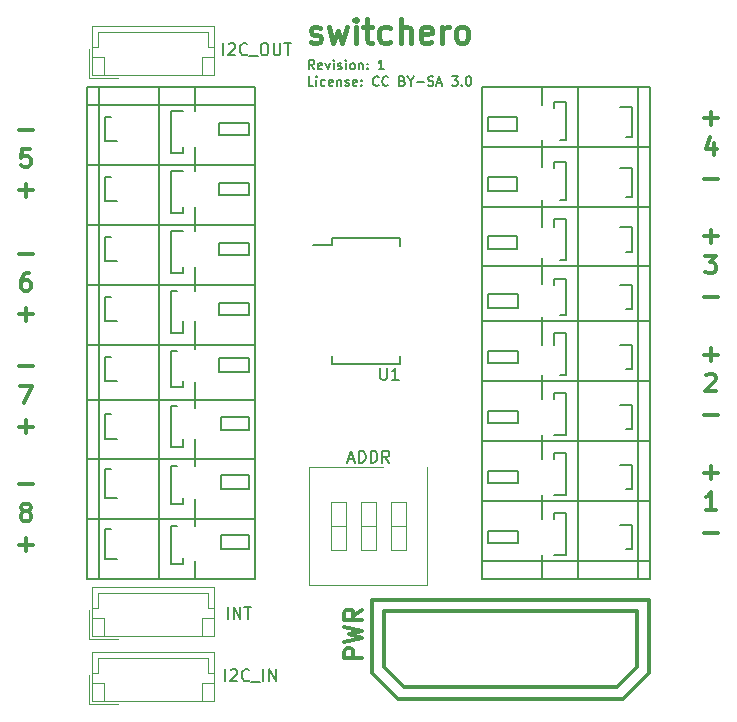
<source format=gbr>
G04 #@! TF.FileFunction,Legend,Top*
%FSLAX46Y46*%
G04 Gerber Fmt 4.6, Leading zero omitted, Abs format (unit mm)*
G04 Created by KiCad (PCBNEW 4.0.4-stable) date Wednesday, 26 April 2017 'PMt' 10:40:54 PM*
%MOMM*%
%LPD*%
G01*
G04 APERTURE LIST*
%ADD10C,0.100000*%
%ADD11C,0.200000*%
%ADD12C,0.300000*%
%ADD13C,0.400000*%
%ADD14C,0.150000*%
%ADD15C,0.120000*%
%ADD16C,0.304800*%
G04 APERTURE END LIST*
D10*
D11*
X66397619Y-64411905D02*
X66130952Y-64030952D01*
X65940476Y-64411905D02*
X65940476Y-63611905D01*
X66245238Y-63611905D01*
X66321429Y-63650000D01*
X66359524Y-63688095D01*
X66397619Y-63764286D01*
X66397619Y-63878571D01*
X66359524Y-63954762D01*
X66321429Y-63992857D01*
X66245238Y-64030952D01*
X65940476Y-64030952D01*
X67045238Y-64373810D02*
X66969048Y-64411905D01*
X66816667Y-64411905D01*
X66740476Y-64373810D01*
X66702381Y-64297619D01*
X66702381Y-63992857D01*
X66740476Y-63916667D01*
X66816667Y-63878571D01*
X66969048Y-63878571D01*
X67045238Y-63916667D01*
X67083333Y-63992857D01*
X67083333Y-64069048D01*
X66702381Y-64145238D01*
X67350000Y-63878571D02*
X67540476Y-64411905D01*
X67730952Y-63878571D01*
X68035714Y-64411905D02*
X68035714Y-63878571D01*
X68035714Y-63611905D02*
X67997619Y-63650000D01*
X68035714Y-63688095D01*
X68073809Y-63650000D01*
X68035714Y-63611905D01*
X68035714Y-63688095D01*
X68378571Y-64373810D02*
X68454761Y-64411905D01*
X68607142Y-64411905D01*
X68683333Y-64373810D01*
X68721428Y-64297619D01*
X68721428Y-64259524D01*
X68683333Y-64183333D01*
X68607142Y-64145238D01*
X68492857Y-64145238D01*
X68416666Y-64107143D01*
X68378571Y-64030952D01*
X68378571Y-63992857D01*
X68416666Y-63916667D01*
X68492857Y-63878571D01*
X68607142Y-63878571D01*
X68683333Y-63916667D01*
X69064285Y-64411905D02*
X69064285Y-63878571D01*
X69064285Y-63611905D02*
X69026190Y-63650000D01*
X69064285Y-63688095D01*
X69102380Y-63650000D01*
X69064285Y-63611905D01*
X69064285Y-63688095D01*
X69559523Y-64411905D02*
X69483332Y-64373810D01*
X69445237Y-64335714D01*
X69407142Y-64259524D01*
X69407142Y-64030952D01*
X69445237Y-63954762D01*
X69483332Y-63916667D01*
X69559523Y-63878571D01*
X69673809Y-63878571D01*
X69749999Y-63916667D01*
X69788094Y-63954762D01*
X69826190Y-64030952D01*
X69826190Y-64259524D01*
X69788094Y-64335714D01*
X69749999Y-64373810D01*
X69673809Y-64411905D01*
X69559523Y-64411905D01*
X70169047Y-63878571D02*
X70169047Y-64411905D01*
X70169047Y-63954762D02*
X70207142Y-63916667D01*
X70283333Y-63878571D01*
X70397619Y-63878571D01*
X70473809Y-63916667D01*
X70511904Y-63992857D01*
X70511904Y-64411905D01*
X70892857Y-64335714D02*
X70930952Y-64373810D01*
X70892857Y-64411905D01*
X70854762Y-64373810D01*
X70892857Y-64335714D01*
X70892857Y-64411905D01*
X70892857Y-63916667D02*
X70930952Y-63954762D01*
X70892857Y-63992857D01*
X70854762Y-63954762D01*
X70892857Y-63916667D01*
X70892857Y-63992857D01*
X72302381Y-64411905D02*
X71845238Y-64411905D01*
X72073809Y-64411905D02*
X72073809Y-63611905D01*
X71997619Y-63726190D01*
X71921428Y-63802381D01*
X71845238Y-63840476D01*
X66321429Y-65811905D02*
X65940476Y-65811905D01*
X65940476Y-65011905D01*
X66588095Y-65811905D02*
X66588095Y-65278571D01*
X66588095Y-65011905D02*
X66550000Y-65050000D01*
X66588095Y-65088095D01*
X66626190Y-65050000D01*
X66588095Y-65011905D01*
X66588095Y-65088095D01*
X67311904Y-65773810D02*
X67235714Y-65811905D01*
X67083333Y-65811905D01*
X67007142Y-65773810D01*
X66969047Y-65735714D01*
X66930952Y-65659524D01*
X66930952Y-65430952D01*
X66969047Y-65354762D01*
X67007142Y-65316667D01*
X67083333Y-65278571D01*
X67235714Y-65278571D01*
X67311904Y-65316667D01*
X67959523Y-65773810D02*
X67883333Y-65811905D01*
X67730952Y-65811905D01*
X67654761Y-65773810D01*
X67616666Y-65697619D01*
X67616666Y-65392857D01*
X67654761Y-65316667D01*
X67730952Y-65278571D01*
X67883333Y-65278571D01*
X67959523Y-65316667D01*
X67997618Y-65392857D01*
X67997618Y-65469048D01*
X67616666Y-65545238D01*
X68340475Y-65278571D02*
X68340475Y-65811905D01*
X68340475Y-65354762D02*
X68378570Y-65316667D01*
X68454761Y-65278571D01*
X68569047Y-65278571D01*
X68645237Y-65316667D01*
X68683332Y-65392857D01*
X68683332Y-65811905D01*
X69026190Y-65773810D02*
X69102380Y-65811905D01*
X69254761Y-65811905D01*
X69330952Y-65773810D01*
X69369047Y-65697619D01*
X69369047Y-65659524D01*
X69330952Y-65583333D01*
X69254761Y-65545238D01*
X69140476Y-65545238D01*
X69064285Y-65507143D01*
X69026190Y-65430952D01*
X69026190Y-65392857D01*
X69064285Y-65316667D01*
X69140476Y-65278571D01*
X69254761Y-65278571D01*
X69330952Y-65316667D01*
X70016666Y-65773810D02*
X69940476Y-65811905D01*
X69788095Y-65811905D01*
X69711904Y-65773810D01*
X69673809Y-65697619D01*
X69673809Y-65392857D01*
X69711904Y-65316667D01*
X69788095Y-65278571D01*
X69940476Y-65278571D01*
X70016666Y-65316667D01*
X70054761Y-65392857D01*
X70054761Y-65469048D01*
X69673809Y-65545238D01*
X70397618Y-65735714D02*
X70435713Y-65773810D01*
X70397618Y-65811905D01*
X70359523Y-65773810D01*
X70397618Y-65735714D01*
X70397618Y-65811905D01*
X70397618Y-65316667D02*
X70435713Y-65354762D01*
X70397618Y-65392857D01*
X70359523Y-65354762D01*
X70397618Y-65316667D01*
X70397618Y-65392857D01*
X71845237Y-65735714D02*
X71807142Y-65773810D01*
X71692856Y-65811905D01*
X71616666Y-65811905D01*
X71502380Y-65773810D01*
X71426189Y-65697619D01*
X71388094Y-65621429D01*
X71349999Y-65469048D01*
X71349999Y-65354762D01*
X71388094Y-65202381D01*
X71426189Y-65126190D01*
X71502380Y-65050000D01*
X71616666Y-65011905D01*
X71692856Y-65011905D01*
X71807142Y-65050000D01*
X71845237Y-65088095D01*
X72645237Y-65735714D02*
X72607142Y-65773810D01*
X72492856Y-65811905D01*
X72416666Y-65811905D01*
X72302380Y-65773810D01*
X72226189Y-65697619D01*
X72188094Y-65621429D01*
X72149999Y-65469048D01*
X72149999Y-65354762D01*
X72188094Y-65202381D01*
X72226189Y-65126190D01*
X72302380Y-65050000D01*
X72416666Y-65011905D01*
X72492856Y-65011905D01*
X72607142Y-65050000D01*
X72645237Y-65088095D01*
X73864285Y-65392857D02*
X73978571Y-65430952D01*
X74016666Y-65469048D01*
X74054761Y-65545238D01*
X74054761Y-65659524D01*
X74016666Y-65735714D01*
X73978571Y-65773810D01*
X73902380Y-65811905D01*
X73597618Y-65811905D01*
X73597618Y-65011905D01*
X73864285Y-65011905D01*
X73940475Y-65050000D01*
X73978571Y-65088095D01*
X74016666Y-65164286D01*
X74016666Y-65240476D01*
X73978571Y-65316667D01*
X73940475Y-65354762D01*
X73864285Y-65392857D01*
X73597618Y-65392857D01*
X74549999Y-65430952D02*
X74549999Y-65811905D01*
X74283332Y-65011905D02*
X74549999Y-65430952D01*
X74816666Y-65011905D01*
X75083332Y-65507143D02*
X75692856Y-65507143D01*
X76035713Y-65773810D02*
X76149999Y-65811905D01*
X76340475Y-65811905D01*
X76416665Y-65773810D01*
X76454761Y-65735714D01*
X76492856Y-65659524D01*
X76492856Y-65583333D01*
X76454761Y-65507143D01*
X76416665Y-65469048D01*
X76340475Y-65430952D01*
X76188094Y-65392857D01*
X76111903Y-65354762D01*
X76073808Y-65316667D01*
X76035713Y-65240476D01*
X76035713Y-65164286D01*
X76073808Y-65088095D01*
X76111903Y-65050000D01*
X76188094Y-65011905D01*
X76378570Y-65011905D01*
X76492856Y-65050000D01*
X76797618Y-65583333D02*
X77178570Y-65583333D01*
X76721427Y-65811905D02*
X76988094Y-65011905D01*
X77254761Y-65811905D01*
X78054761Y-65011905D02*
X78549999Y-65011905D01*
X78283332Y-65316667D01*
X78397618Y-65316667D01*
X78473808Y-65354762D01*
X78511904Y-65392857D01*
X78549999Y-65469048D01*
X78549999Y-65659524D01*
X78511904Y-65735714D01*
X78473808Y-65773810D01*
X78397618Y-65811905D01*
X78169046Y-65811905D01*
X78092856Y-65773810D01*
X78054761Y-65735714D01*
X78892856Y-65735714D02*
X78930951Y-65773810D01*
X78892856Y-65811905D01*
X78854761Y-65773810D01*
X78892856Y-65735714D01*
X78892856Y-65811905D01*
X79426189Y-65011905D02*
X79502380Y-65011905D01*
X79578570Y-65050000D01*
X79616665Y-65088095D01*
X79654761Y-65164286D01*
X79692856Y-65316667D01*
X79692856Y-65507143D01*
X79654761Y-65659524D01*
X79616665Y-65735714D01*
X79578570Y-65773810D01*
X79502380Y-65811905D01*
X79426189Y-65811905D01*
X79349999Y-65773810D01*
X79311903Y-65735714D01*
X79273808Y-65659524D01*
X79235713Y-65507143D01*
X79235713Y-65316667D01*
X79273808Y-65164286D01*
X79311903Y-65088095D01*
X79349999Y-65050000D01*
X79426189Y-65011905D01*
D12*
X41428572Y-99557143D02*
X42571429Y-99557143D01*
X41857144Y-101821429D02*
X41714286Y-101750000D01*
X41642858Y-101678571D01*
X41571429Y-101535714D01*
X41571429Y-101464286D01*
X41642858Y-101321429D01*
X41714286Y-101250000D01*
X41857144Y-101178571D01*
X42142858Y-101178571D01*
X42285715Y-101250000D01*
X42357144Y-101321429D01*
X42428572Y-101464286D01*
X42428572Y-101535714D01*
X42357144Y-101678571D01*
X42285715Y-101750000D01*
X42142858Y-101821429D01*
X41857144Y-101821429D01*
X41714286Y-101892857D01*
X41642858Y-101964286D01*
X41571429Y-102107143D01*
X41571429Y-102392857D01*
X41642858Y-102535714D01*
X41714286Y-102607143D01*
X41857144Y-102678571D01*
X42142858Y-102678571D01*
X42285715Y-102607143D01*
X42357144Y-102535714D01*
X42428572Y-102392857D01*
X42428572Y-102107143D01*
X42357144Y-101964286D01*
X42285715Y-101892857D01*
X42142858Y-101821429D01*
X41428572Y-104657143D02*
X42571429Y-104657143D01*
X42000000Y-105228571D02*
X42000000Y-104085714D01*
X41428572Y-89557143D02*
X42571429Y-89557143D01*
X41500001Y-91178571D02*
X42500001Y-91178571D01*
X41857144Y-92678571D01*
X41428572Y-94657143D02*
X42571429Y-94657143D01*
X42000000Y-95228571D02*
X42000000Y-94085714D01*
X41428572Y-80057143D02*
X42571429Y-80057143D01*
X42285715Y-81678571D02*
X42000001Y-81678571D01*
X41857144Y-81750000D01*
X41785715Y-81821429D01*
X41642858Y-82035714D01*
X41571429Y-82321429D01*
X41571429Y-82892857D01*
X41642858Y-83035714D01*
X41714286Y-83107143D01*
X41857144Y-83178571D01*
X42142858Y-83178571D01*
X42285715Y-83107143D01*
X42357144Y-83035714D01*
X42428572Y-82892857D01*
X42428572Y-82535714D01*
X42357144Y-82392857D01*
X42285715Y-82321429D01*
X42142858Y-82250000D01*
X41857144Y-82250000D01*
X41714286Y-82321429D01*
X41642858Y-82392857D01*
X41571429Y-82535714D01*
X41428572Y-85157143D02*
X42571429Y-85157143D01*
X42000000Y-85728571D02*
X42000000Y-84585714D01*
X41428572Y-69557143D02*
X42571429Y-69557143D01*
X42357144Y-71178571D02*
X41642858Y-71178571D01*
X41571429Y-71892857D01*
X41642858Y-71821429D01*
X41785715Y-71750000D01*
X42142858Y-71750000D01*
X42285715Y-71821429D01*
X42357144Y-71892857D01*
X42428572Y-72035714D01*
X42428572Y-72392857D01*
X42357144Y-72535714D01*
X42285715Y-72607143D01*
X42142858Y-72678571D01*
X41785715Y-72678571D01*
X41642858Y-72607143D01*
X41571429Y-72535714D01*
X41428572Y-74657143D02*
X42571429Y-74657143D01*
X42000000Y-75228571D02*
X42000000Y-74085714D01*
X99428572Y-68557143D02*
X100571429Y-68557143D01*
X100000000Y-69128571D02*
X100000000Y-67985714D01*
X100285715Y-70678571D02*
X100285715Y-71678571D01*
X99928572Y-70107143D02*
X99571429Y-71178571D01*
X100500001Y-71178571D01*
X99428572Y-73657143D02*
X100571429Y-73657143D01*
X99428572Y-78557143D02*
X100571429Y-78557143D01*
X100000000Y-79128571D02*
X100000000Y-77985714D01*
X99500001Y-80178571D02*
X100428572Y-80178571D01*
X99928572Y-80750000D01*
X100142858Y-80750000D01*
X100285715Y-80821429D01*
X100357144Y-80892857D01*
X100428572Y-81035714D01*
X100428572Y-81392857D01*
X100357144Y-81535714D01*
X100285715Y-81607143D01*
X100142858Y-81678571D01*
X99714286Y-81678571D01*
X99571429Y-81607143D01*
X99500001Y-81535714D01*
X99428572Y-83657143D02*
X100571429Y-83657143D01*
X99428572Y-88557143D02*
X100571429Y-88557143D01*
X100000000Y-89128571D02*
X100000000Y-87985714D01*
X99571429Y-90321429D02*
X99642858Y-90250000D01*
X99785715Y-90178571D01*
X100142858Y-90178571D01*
X100285715Y-90250000D01*
X100357144Y-90321429D01*
X100428572Y-90464286D01*
X100428572Y-90607143D01*
X100357144Y-90821429D01*
X99500001Y-91678571D01*
X100428572Y-91678571D01*
X99428572Y-93657143D02*
X100571429Y-93657143D01*
X99428572Y-98557143D02*
X100571429Y-98557143D01*
X100000000Y-99128571D02*
X100000000Y-97985714D01*
X100428572Y-101678571D02*
X99571429Y-101678571D01*
X100000001Y-101678571D02*
X100000001Y-100178571D01*
X99857144Y-100392857D01*
X99714286Y-100535714D01*
X99571429Y-100607143D01*
X99428572Y-103657143D02*
X100571429Y-103657143D01*
D13*
X66083333Y-62059524D02*
X66273810Y-62154762D01*
X66654762Y-62154762D01*
X66845238Y-62059524D01*
X66940476Y-61869048D01*
X66940476Y-61773810D01*
X66845238Y-61583333D01*
X66654762Y-61488095D01*
X66369048Y-61488095D01*
X66178571Y-61392857D01*
X66083333Y-61202381D01*
X66083333Y-61107143D01*
X66178571Y-60916667D01*
X66369048Y-60821429D01*
X66654762Y-60821429D01*
X66845238Y-60916667D01*
X67607143Y-60821429D02*
X67988096Y-62154762D01*
X68369048Y-61202381D01*
X68750000Y-62154762D01*
X69130953Y-60821429D01*
X69892857Y-62154762D02*
X69892857Y-60821429D01*
X69892857Y-60154762D02*
X69797619Y-60250000D01*
X69892857Y-60345238D01*
X69988096Y-60250000D01*
X69892857Y-60154762D01*
X69892857Y-60345238D01*
X70559524Y-60821429D02*
X71321429Y-60821429D01*
X70845238Y-60154762D02*
X70845238Y-61869048D01*
X70940477Y-62059524D01*
X71130953Y-62154762D01*
X71321429Y-62154762D01*
X72845238Y-62059524D02*
X72654762Y-62154762D01*
X72273810Y-62154762D01*
X72083334Y-62059524D01*
X71988095Y-61964286D01*
X71892857Y-61773810D01*
X71892857Y-61202381D01*
X71988095Y-61011905D01*
X72083334Y-60916667D01*
X72273810Y-60821429D01*
X72654762Y-60821429D01*
X72845238Y-60916667D01*
X73702381Y-62154762D02*
X73702381Y-60154762D01*
X74559524Y-62154762D02*
X74559524Y-61107143D01*
X74464286Y-60916667D01*
X74273810Y-60821429D01*
X73988096Y-60821429D01*
X73797620Y-60916667D01*
X73702381Y-61011905D01*
X76273810Y-62059524D02*
X76083334Y-62154762D01*
X75702382Y-62154762D01*
X75511905Y-62059524D01*
X75416667Y-61869048D01*
X75416667Y-61107143D01*
X75511905Y-60916667D01*
X75702382Y-60821429D01*
X76083334Y-60821429D01*
X76273810Y-60916667D01*
X76369048Y-61107143D01*
X76369048Y-61297619D01*
X75416667Y-61488095D01*
X77226191Y-62154762D02*
X77226191Y-60821429D01*
X77226191Y-61202381D02*
X77321430Y-61011905D01*
X77416668Y-60916667D01*
X77607144Y-60821429D01*
X77797620Y-60821429D01*
X78750001Y-62154762D02*
X78559525Y-62059524D01*
X78464286Y-61964286D01*
X78369048Y-61773810D01*
X78369048Y-61202381D01*
X78464286Y-61011905D01*
X78559525Y-60916667D01*
X78750001Y-60821429D01*
X79035715Y-60821429D01*
X79226191Y-60916667D01*
X79321429Y-61011905D01*
X79416667Y-61202381D01*
X79416667Y-61773810D01*
X79321429Y-61964286D01*
X79226191Y-62059524D01*
X79035715Y-62154762D01*
X78750001Y-62154762D01*
D14*
X67875000Y-78675000D02*
X67875000Y-79250000D01*
X73625000Y-78675000D02*
X73625000Y-79325000D01*
X73625000Y-89325000D02*
X73625000Y-88675000D01*
X67875000Y-89325000D02*
X67875000Y-88675000D01*
X67875000Y-78675000D02*
X73625000Y-78675000D01*
X67875000Y-89325000D02*
X73625000Y-89325000D01*
X67875000Y-79250000D02*
X66275000Y-79250000D01*
D15*
X75980000Y-98050000D02*
X75980000Y-108070000D01*
X75980000Y-108070000D02*
X65940000Y-108070000D01*
X65940000Y-108070000D02*
X65940000Y-98050000D01*
X65940000Y-98050000D02*
X72230000Y-98050000D01*
X74135000Y-101030000D02*
X72865000Y-101030000D01*
X72865000Y-101030000D02*
X72865000Y-105090000D01*
X72865000Y-105090000D02*
X74135000Y-105090000D01*
X74135000Y-105090000D02*
X74135000Y-101030000D01*
X74135000Y-103060000D02*
X72865000Y-103060000D01*
X71595000Y-101030000D02*
X70325000Y-101030000D01*
X70325000Y-101030000D02*
X70325000Y-105090000D01*
X70325000Y-105090000D02*
X71595000Y-105090000D01*
X71595000Y-105090000D02*
X71595000Y-101030000D01*
X71595000Y-103060000D02*
X70325000Y-103060000D01*
X69055000Y-101030000D02*
X67785000Y-101030000D01*
X67785000Y-101030000D02*
X67785000Y-105090000D01*
X67785000Y-105090000D02*
X69055000Y-105090000D01*
X69055000Y-105090000D02*
X69055000Y-101030000D01*
X69055000Y-103060000D02*
X67785000Y-103060000D01*
X47600000Y-108250000D02*
X47600000Y-112350000D01*
X47600000Y-112350000D02*
X57900000Y-112350000D01*
X57900000Y-112350000D02*
X57900000Y-108250000D01*
X57900000Y-108250000D02*
X47600000Y-108250000D01*
X47600000Y-110000000D02*
X48100000Y-110000000D01*
X48100000Y-110000000D02*
X48100000Y-108750000D01*
X48100000Y-108750000D02*
X57400000Y-108750000D01*
X57400000Y-108750000D02*
X57400000Y-110000000D01*
X57400000Y-110000000D02*
X57900000Y-110000000D01*
X47600000Y-110850000D02*
X48600000Y-110850000D01*
X48600000Y-110850000D02*
X48600000Y-112350000D01*
X57900000Y-110850000D02*
X56900000Y-110850000D01*
X56900000Y-110850000D02*
X56900000Y-112350000D01*
X47300000Y-110150000D02*
X47300000Y-112650000D01*
X47300000Y-112650000D02*
X49800000Y-112650000D01*
D14*
X92822000Y-70121000D02*
X93330000Y-70121000D01*
X93330000Y-70121000D02*
X93330000Y-67581000D01*
X93330000Y-67581000D02*
X92314000Y-67581000D01*
X83551000Y-69613000D02*
X83551000Y-68470000D01*
X83551000Y-68470000D02*
X81138000Y-68470000D01*
X81138000Y-68470000D02*
X81138000Y-69613000D01*
X81138000Y-69613000D02*
X83551000Y-69613000D01*
X87234000Y-70375000D02*
X87742000Y-70375000D01*
X87742000Y-70375000D02*
X87742000Y-67200000D01*
X87742000Y-67200000D02*
X86726000Y-67200000D01*
X86726000Y-67200000D02*
X86726000Y-67708000D01*
X85710000Y-67454000D02*
X85710000Y-65930000D01*
X85710000Y-71010000D02*
X85710000Y-70375000D01*
X93838000Y-71010000D02*
X93838000Y-65930000D01*
X88758000Y-71010000D02*
X88758000Y-65930000D01*
X94854000Y-71010000D02*
X94854000Y-65930000D01*
X94854000Y-65930000D02*
X80630000Y-65930000D01*
X80630000Y-65930000D02*
X80630000Y-71010000D01*
X83551000Y-74693000D02*
X83551000Y-73550000D01*
X83551000Y-73550000D02*
X81138000Y-73550000D01*
X81138000Y-73550000D02*
X81138000Y-74693000D01*
X81138000Y-74693000D02*
X83551000Y-74693000D01*
X87234000Y-75455000D02*
X87742000Y-75455000D01*
X87742000Y-75455000D02*
X87742000Y-72280000D01*
X87742000Y-72280000D02*
X86726000Y-72280000D01*
X86726000Y-72280000D02*
X86726000Y-72788000D01*
X92822000Y-75201000D02*
X93330000Y-75201000D01*
X93330000Y-75201000D02*
X93330000Y-72788000D01*
X93330000Y-72788000D02*
X92314000Y-72788000D01*
X93838000Y-76090000D02*
X93838000Y-71010000D01*
X85710000Y-72661000D02*
X85710000Y-71010000D01*
X85710000Y-76090000D02*
X85710000Y-75455000D01*
X88758000Y-76090000D02*
X88758000Y-71010000D01*
X94854000Y-76090000D02*
X94854000Y-71010000D01*
X94854000Y-71010000D02*
X80630000Y-71010000D01*
X80630000Y-71010000D02*
X80630000Y-76090000D01*
X83551000Y-79519000D02*
X83551000Y-78503000D01*
X83551000Y-78503000D02*
X81138000Y-78503000D01*
X81138000Y-78503000D02*
X81138000Y-79646000D01*
X81138000Y-79646000D02*
X83551000Y-79646000D01*
X87234000Y-80535000D02*
X87742000Y-80535000D01*
X87742000Y-80535000D02*
X87742000Y-77106000D01*
X87742000Y-77106000D02*
X86726000Y-77106000D01*
X86726000Y-77106000D02*
X86726000Y-77741000D01*
X92822000Y-79900000D02*
X93330000Y-79900000D01*
X93330000Y-79900000D02*
X93330000Y-77741000D01*
X93330000Y-77741000D02*
X92314000Y-77741000D01*
X92822000Y-84726000D02*
X93330000Y-84726000D01*
X93330000Y-84726000D02*
X93330000Y-83075000D01*
X93330000Y-83075000D02*
X93330000Y-82948000D01*
X93330000Y-82948000D02*
X93330000Y-82694000D01*
X93330000Y-82694000D02*
X92314000Y-82694000D01*
X93838000Y-81043000D02*
X93838000Y-76090000D01*
X88758000Y-81043000D02*
X88758000Y-76090000D01*
X85710000Y-77741000D02*
X85710000Y-76090000D01*
X85710000Y-81043000D02*
X85710000Y-80408000D01*
X94854000Y-81043000D02*
X94854000Y-76090000D01*
X94854000Y-76090000D02*
X80630000Y-76090000D01*
X80630000Y-76090000D02*
X80630000Y-81043000D01*
X87234000Y-85234000D02*
X87742000Y-85234000D01*
X87742000Y-85234000D02*
X87742000Y-82186000D01*
X87742000Y-82186000D02*
X86726000Y-82186000D01*
X86726000Y-82186000D02*
X86726000Y-82694000D01*
X81138000Y-84599000D02*
X81138000Y-83456000D01*
X81138000Y-83456000D02*
X83678000Y-83456000D01*
X83678000Y-83456000D02*
X83678000Y-84599000D01*
X83678000Y-84599000D02*
X81138000Y-84599000D01*
X85710000Y-82567000D02*
X85710000Y-81043000D01*
X85710000Y-85869000D02*
X85710000Y-85361000D01*
X93838000Y-85742000D02*
X93838000Y-81043000D01*
X88758000Y-85742000D02*
X88758000Y-81043000D01*
X94854000Y-85742000D02*
X94854000Y-81043000D01*
X94854000Y-81043000D02*
X80630000Y-81043000D01*
X80630000Y-81043000D02*
X80630000Y-85742000D01*
X87234000Y-90314000D02*
X87742000Y-90314000D01*
X87742000Y-90314000D02*
X87742000Y-86758000D01*
X87742000Y-86758000D02*
X86726000Y-86758000D01*
X86726000Y-86758000D02*
X86726000Y-87774000D01*
X92822000Y-89806000D02*
X93330000Y-89806000D01*
X93330000Y-89806000D02*
X93330000Y-87774000D01*
X93330000Y-87774000D02*
X92314000Y-87774000D01*
X83678000Y-89298000D02*
X83678000Y-88282000D01*
X83678000Y-88282000D02*
X81138000Y-88282000D01*
X81138000Y-88282000D02*
X81138000Y-89298000D01*
X81138000Y-89298000D02*
X83678000Y-89298000D01*
X85710000Y-87774000D02*
X85710000Y-85742000D01*
X85710000Y-90822000D02*
X85710000Y-90314000D01*
X93838000Y-90822000D02*
X93838000Y-85742000D01*
X88758000Y-90822000D02*
X88758000Y-85742000D01*
X94854000Y-90822000D02*
X94854000Y-85742000D01*
X94854000Y-85742000D02*
X80630000Y-85742000D01*
X80630000Y-85742000D02*
X80630000Y-90822000D01*
X83678000Y-94378000D02*
X83678000Y-93362000D01*
X83678000Y-93362000D02*
X81138000Y-93362000D01*
X81138000Y-93362000D02*
X81138000Y-94378000D01*
X81138000Y-94378000D02*
X83678000Y-94378000D01*
X85710000Y-92346000D02*
X85710000Y-90822000D01*
X85710000Y-95902000D02*
X85710000Y-95394000D01*
X86726000Y-95394000D02*
X87742000Y-95394000D01*
X87742000Y-95394000D02*
X87742000Y-91838000D01*
X87742000Y-91838000D02*
X86726000Y-91838000D01*
X86726000Y-91838000D02*
X86726000Y-92346000D01*
X92822000Y-94886000D02*
X93330000Y-94886000D01*
X93330000Y-94886000D02*
X93330000Y-92854000D01*
X93330000Y-92854000D02*
X92314000Y-92854000D01*
X88758000Y-95902000D02*
X88758000Y-90822000D01*
X93838000Y-95902000D02*
X93838000Y-90822000D01*
X94854000Y-95902000D02*
X94854000Y-90822000D01*
X94854000Y-90822000D02*
X80630000Y-90822000D01*
X80630000Y-90822000D02*
X80630000Y-95902000D01*
X83678000Y-99458000D02*
X83678000Y-98442000D01*
X83678000Y-98442000D02*
X81138000Y-98442000D01*
X81138000Y-98442000D02*
X81138000Y-99458000D01*
X81138000Y-99458000D02*
X83678000Y-99458000D01*
X85710000Y-97426000D02*
X85710000Y-95902000D01*
X85710000Y-100982000D02*
X85710000Y-100474000D01*
X86726000Y-100474000D02*
X87742000Y-100474000D01*
X87742000Y-100474000D02*
X87742000Y-96918000D01*
X87742000Y-96918000D02*
X86726000Y-96918000D01*
X86726000Y-96918000D02*
X86726000Y-97426000D01*
X92822000Y-99966000D02*
X93330000Y-99966000D01*
X93330000Y-99966000D02*
X93330000Y-97934000D01*
X93330000Y-97934000D02*
X92314000Y-97934000D01*
X93838000Y-100982000D02*
X93838000Y-95902000D01*
X88758000Y-100982000D02*
X88758000Y-95902000D01*
X94854000Y-100982000D02*
X94854000Y-95902000D01*
X94854000Y-95902000D02*
X80630000Y-95902000D01*
X80630000Y-95902000D02*
X80630000Y-100982000D01*
X80630000Y-106062000D02*
X80630000Y-104030000D01*
X94854000Y-106062000D02*
X80630000Y-106062000D01*
X94854000Y-100982000D02*
X94854000Y-106062000D01*
X80630000Y-100982000D02*
X94854000Y-100982000D01*
X80630000Y-104030000D02*
X80630000Y-100982000D01*
X80630000Y-107586000D02*
X80630000Y-106062000D01*
X94854000Y-107586000D02*
X80630000Y-107586000D01*
X94854000Y-106062000D02*
X94854000Y-107586000D01*
X85710000Y-107586000D02*
X85710000Y-105554000D01*
X85710000Y-102506000D02*
X85710000Y-100982000D01*
X83678000Y-104538000D02*
X81138000Y-104538000D01*
X83678000Y-103522000D02*
X83678000Y-104538000D01*
X81138000Y-103522000D02*
X83678000Y-103522000D01*
X81138000Y-104538000D02*
X81138000Y-103522000D01*
X88758000Y-107586000D02*
X88758000Y-100982000D01*
X93838000Y-107586000D02*
X93838000Y-100982000D01*
X86726000Y-101998000D02*
X86726000Y-102506000D01*
X87742000Y-101998000D02*
X86726000Y-101998000D01*
X87742000Y-105554000D02*
X87742000Y-101998000D01*
X86726000Y-105554000D02*
X87742000Y-105554000D01*
X93330000Y-103014000D02*
X92314000Y-103014000D01*
X93330000Y-105046000D02*
X93330000Y-103014000D01*
X92822000Y-105046000D02*
X93330000Y-105046000D01*
X92822000Y-105046000D02*
X93330000Y-105046000D01*
X93330000Y-105046000D02*
X93330000Y-103014000D01*
X93330000Y-103014000D02*
X92314000Y-103014000D01*
X86726000Y-105554000D02*
X87742000Y-105554000D01*
X87742000Y-105554000D02*
X87742000Y-101998000D01*
X87742000Y-101998000D02*
X86726000Y-101998000D01*
X86726000Y-101998000D02*
X86726000Y-102506000D01*
X93838000Y-107586000D02*
X93838000Y-100982000D01*
X88758000Y-107586000D02*
X88758000Y-100982000D01*
X81138000Y-104538000D02*
X81138000Y-103522000D01*
X81138000Y-103522000D02*
X83678000Y-103522000D01*
X83678000Y-103522000D02*
X83678000Y-104538000D01*
X83678000Y-104538000D02*
X81138000Y-104538000D01*
X85710000Y-102506000D02*
X85710000Y-100982000D01*
X85710000Y-107586000D02*
X85710000Y-105554000D01*
X94854000Y-106062000D02*
X94854000Y-107586000D01*
X94854000Y-107586000D02*
X80630000Y-107586000D01*
X80630000Y-107586000D02*
X80630000Y-106062000D01*
X80630000Y-104030000D02*
X80630000Y-100982000D01*
X80630000Y-100982000D02*
X94854000Y-100982000D01*
X94854000Y-100982000D02*
X94854000Y-106062000D01*
X94854000Y-106062000D02*
X80630000Y-106062000D01*
X80630000Y-106062000D02*
X80630000Y-104030000D01*
X80630000Y-106062000D02*
X80630000Y-104030000D01*
X94854000Y-106062000D02*
X80630000Y-106062000D01*
X94854000Y-100982000D02*
X94854000Y-106062000D01*
X80630000Y-100982000D02*
X94854000Y-100982000D01*
X80630000Y-104030000D02*
X80630000Y-100982000D01*
X80630000Y-107586000D02*
X80630000Y-106062000D01*
X94854000Y-107586000D02*
X80630000Y-107586000D01*
X94854000Y-106062000D02*
X94854000Y-107586000D01*
X85710000Y-107586000D02*
X85710000Y-105554000D01*
X85710000Y-102506000D02*
X85710000Y-100982000D01*
X83678000Y-104538000D02*
X81138000Y-104538000D01*
X83678000Y-103522000D02*
X83678000Y-104538000D01*
X81138000Y-103522000D02*
X83678000Y-103522000D01*
X81138000Y-104538000D02*
X81138000Y-103522000D01*
X88758000Y-107586000D02*
X88758000Y-100982000D01*
X93838000Y-107586000D02*
X93838000Y-100982000D01*
X86726000Y-101998000D02*
X86726000Y-102506000D01*
X87742000Y-101998000D02*
X86726000Y-101998000D01*
X87742000Y-105554000D02*
X87742000Y-101998000D01*
X86726000Y-105554000D02*
X87742000Y-105554000D01*
X93330000Y-103014000D02*
X92314000Y-103014000D01*
X93330000Y-105046000D02*
X93330000Y-103014000D01*
X92822000Y-105046000D02*
X93330000Y-105046000D01*
X92822000Y-105046000D02*
X93330000Y-105046000D01*
X93330000Y-105046000D02*
X93330000Y-103014000D01*
X93330000Y-103014000D02*
X92314000Y-103014000D01*
X86726000Y-105554000D02*
X87742000Y-105554000D01*
X87742000Y-105554000D02*
X87742000Y-101998000D01*
X87742000Y-101998000D02*
X86726000Y-101998000D01*
X86726000Y-101998000D02*
X86726000Y-102506000D01*
X93838000Y-107586000D02*
X93838000Y-100982000D01*
X88758000Y-107586000D02*
X88758000Y-100982000D01*
X81138000Y-104538000D02*
X81138000Y-103522000D01*
X81138000Y-103522000D02*
X83678000Y-103522000D01*
X83678000Y-103522000D02*
X83678000Y-104538000D01*
X83678000Y-104538000D02*
X81138000Y-104538000D01*
X85710000Y-102506000D02*
X85710000Y-100982000D01*
X85710000Y-107586000D02*
X85710000Y-105554000D01*
X94854000Y-106062000D02*
X94854000Y-107586000D01*
X94854000Y-107586000D02*
X80630000Y-107586000D01*
X80630000Y-107586000D02*
X80630000Y-106062000D01*
X80630000Y-104030000D02*
X80630000Y-100982000D01*
X80630000Y-100982000D02*
X94854000Y-100982000D01*
X94854000Y-100982000D02*
X94854000Y-106062000D01*
X94854000Y-106062000D02*
X80630000Y-106062000D01*
X80630000Y-106062000D02*
X80630000Y-104030000D01*
D15*
X47600000Y-113750000D02*
X47600000Y-117850000D01*
X47600000Y-117850000D02*
X57900000Y-117850000D01*
X57900000Y-117850000D02*
X57900000Y-113750000D01*
X57900000Y-113750000D02*
X47600000Y-113750000D01*
X47600000Y-115500000D02*
X48100000Y-115500000D01*
X48100000Y-115500000D02*
X48100000Y-114250000D01*
X48100000Y-114250000D02*
X57400000Y-114250000D01*
X57400000Y-114250000D02*
X57400000Y-115500000D01*
X57400000Y-115500000D02*
X57900000Y-115500000D01*
X47600000Y-116350000D02*
X48600000Y-116350000D01*
X48600000Y-116350000D02*
X48600000Y-117850000D01*
X57900000Y-116350000D02*
X56900000Y-116350000D01*
X56900000Y-116350000D02*
X56900000Y-117850000D01*
X47300000Y-115650000D02*
X47300000Y-118150000D01*
X47300000Y-118150000D02*
X49800000Y-118150000D01*
X47600000Y-60750000D02*
X47600000Y-64850000D01*
X47600000Y-64850000D02*
X57900000Y-64850000D01*
X57900000Y-64850000D02*
X57900000Y-60750000D01*
X57900000Y-60750000D02*
X47600000Y-60750000D01*
X47600000Y-62500000D02*
X48100000Y-62500000D01*
X48100000Y-62500000D02*
X48100000Y-61250000D01*
X48100000Y-61250000D02*
X57400000Y-61250000D01*
X57400000Y-61250000D02*
X57400000Y-62500000D01*
X57400000Y-62500000D02*
X57900000Y-62500000D01*
X47600000Y-63350000D02*
X48600000Y-63350000D01*
X48600000Y-63350000D02*
X48600000Y-64850000D01*
X57900000Y-63350000D02*
X56900000Y-63350000D01*
X56900000Y-63350000D02*
X56900000Y-64850000D01*
X47300000Y-62650000D02*
X47300000Y-65150000D01*
X47300000Y-65150000D02*
X49800000Y-65150000D01*
D12*
X92000000Y-116700000D02*
X93700000Y-115000000D01*
X74000000Y-116700000D02*
X72300000Y-115000000D01*
X74000000Y-116700000D02*
X92000000Y-116700000D01*
X72300000Y-110300000D02*
X93700000Y-110300000D01*
X92500000Y-117700000D02*
X94700000Y-115500000D01*
X73500000Y-117700000D02*
X71300000Y-115500000D01*
X73500000Y-117700000D02*
X92500000Y-117700000D01*
X93700000Y-110300000D02*
X93700000Y-115000000D01*
X72300000Y-110300000D02*
X72300000Y-115000000D01*
X71300000Y-109300000D02*
X94700000Y-109300000D01*
X71300000Y-109300000D02*
X71300000Y-115500000D01*
X94700000Y-109300000D02*
X94700000Y-115500000D01*
D14*
X49228000Y-103329000D02*
X48720000Y-103329000D01*
X48720000Y-103329000D02*
X48720000Y-105869000D01*
X48720000Y-105869000D02*
X49736000Y-105869000D01*
X58499000Y-103837000D02*
X58499000Y-104980000D01*
X58499000Y-104980000D02*
X60912000Y-104980000D01*
X60912000Y-104980000D02*
X60912000Y-103837000D01*
X60912000Y-103837000D02*
X58499000Y-103837000D01*
X54816000Y-103075000D02*
X54308000Y-103075000D01*
X54308000Y-103075000D02*
X54308000Y-106250000D01*
X54308000Y-106250000D02*
X55324000Y-106250000D01*
X55324000Y-106250000D02*
X55324000Y-105742000D01*
X56340000Y-105996000D02*
X56340000Y-107520000D01*
X56340000Y-102440000D02*
X56340000Y-103075000D01*
X48212000Y-102440000D02*
X48212000Y-107520000D01*
X53292000Y-102440000D02*
X53292000Y-107520000D01*
X47196000Y-102440000D02*
X47196000Y-107520000D01*
X47196000Y-107520000D02*
X61420000Y-107520000D01*
X61420000Y-107520000D02*
X61420000Y-102440000D01*
X58499000Y-98757000D02*
X58499000Y-99900000D01*
X58499000Y-99900000D02*
X60912000Y-99900000D01*
X60912000Y-99900000D02*
X60912000Y-98757000D01*
X60912000Y-98757000D02*
X58499000Y-98757000D01*
X54816000Y-97995000D02*
X54308000Y-97995000D01*
X54308000Y-97995000D02*
X54308000Y-101170000D01*
X54308000Y-101170000D02*
X55324000Y-101170000D01*
X55324000Y-101170000D02*
X55324000Y-100662000D01*
X49228000Y-98249000D02*
X48720000Y-98249000D01*
X48720000Y-98249000D02*
X48720000Y-100662000D01*
X48720000Y-100662000D02*
X49736000Y-100662000D01*
X48212000Y-97360000D02*
X48212000Y-102440000D01*
X56340000Y-100789000D02*
X56340000Y-102440000D01*
X56340000Y-97360000D02*
X56340000Y-97995000D01*
X53292000Y-97360000D02*
X53292000Y-102440000D01*
X47196000Y-97360000D02*
X47196000Y-102440000D01*
X47196000Y-102440000D02*
X61420000Y-102440000D01*
X61420000Y-102440000D02*
X61420000Y-97360000D01*
X58499000Y-93931000D02*
X58499000Y-94947000D01*
X58499000Y-94947000D02*
X60912000Y-94947000D01*
X60912000Y-94947000D02*
X60912000Y-93804000D01*
X60912000Y-93804000D02*
X58499000Y-93804000D01*
X54816000Y-92915000D02*
X54308000Y-92915000D01*
X54308000Y-92915000D02*
X54308000Y-96344000D01*
X54308000Y-96344000D02*
X55324000Y-96344000D01*
X55324000Y-96344000D02*
X55324000Y-95709000D01*
X49228000Y-93550000D02*
X48720000Y-93550000D01*
X48720000Y-93550000D02*
X48720000Y-95709000D01*
X48720000Y-95709000D02*
X49736000Y-95709000D01*
X49228000Y-88724000D02*
X48720000Y-88724000D01*
X48720000Y-88724000D02*
X48720000Y-90375000D01*
X48720000Y-90375000D02*
X48720000Y-90502000D01*
X48720000Y-90502000D02*
X48720000Y-90756000D01*
X48720000Y-90756000D02*
X49736000Y-90756000D01*
X48212000Y-92407000D02*
X48212000Y-97360000D01*
X53292000Y-92407000D02*
X53292000Y-97360000D01*
X56340000Y-95709000D02*
X56340000Y-97360000D01*
X56340000Y-92407000D02*
X56340000Y-93042000D01*
X47196000Y-92407000D02*
X47196000Y-97360000D01*
X47196000Y-97360000D02*
X61420000Y-97360000D01*
X61420000Y-97360000D02*
X61420000Y-92407000D01*
X54816000Y-88216000D02*
X54308000Y-88216000D01*
X54308000Y-88216000D02*
X54308000Y-91264000D01*
X54308000Y-91264000D02*
X55324000Y-91264000D01*
X55324000Y-91264000D02*
X55324000Y-90756000D01*
X60912000Y-88851000D02*
X60912000Y-89994000D01*
X60912000Y-89994000D02*
X58372000Y-89994000D01*
X58372000Y-89994000D02*
X58372000Y-88851000D01*
X58372000Y-88851000D02*
X60912000Y-88851000D01*
X56340000Y-90883000D02*
X56340000Y-92407000D01*
X56340000Y-87581000D02*
X56340000Y-88089000D01*
X48212000Y-87708000D02*
X48212000Y-92407000D01*
X53292000Y-87708000D02*
X53292000Y-92407000D01*
X47196000Y-87708000D02*
X47196000Y-92407000D01*
X47196000Y-92407000D02*
X61420000Y-92407000D01*
X61420000Y-92407000D02*
X61420000Y-87708000D01*
X54816000Y-83136000D02*
X54308000Y-83136000D01*
X54308000Y-83136000D02*
X54308000Y-86692000D01*
X54308000Y-86692000D02*
X55324000Y-86692000D01*
X55324000Y-86692000D02*
X55324000Y-85676000D01*
X49228000Y-83644000D02*
X48720000Y-83644000D01*
X48720000Y-83644000D02*
X48720000Y-85676000D01*
X48720000Y-85676000D02*
X49736000Y-85676000D01*
X58372000Y-84152000D02*
X58372000Y-85168000D01*
X58372000Y-85168000D02*
X60912000Y-85168000D01*
X60912000Y-85168000D02*
X60912000Y-84152000D01*
X60912000Y-84152000D02*
X58372000Y-84152000D01*
X56340000Y-85676000D02*
X56340000Y-87708000D01*
X56340000Y-82628000D02*
X56340000Y-83136000D01*
X48212000Y-82628000D02*
X48212000Y-87708000D01*
X53292000Y-82628000D02*
X53292000Y-87708000D01*
X47196000Y-82628000D02*
X47196000Y-87708000D01*
X47196000Y-87708000D02*
X61420000Y-87708000D01*
X61420000Y-87708000D02*
X61420000Y-82628000D01*
X58372000Y-79072000D02*
X58372000Y-80088000D01*
X58372000Y-80088000D02*
X60912000Y-80088000D01*
X60912000Y-80088000D02*
X60912000Y-79072000D01*
X60912000Y-79072000D02*
X58372000Y-79072000D01*
X56340000Y-81104000D02*
X56340000Y-82628000D01*
X56340000Y-77548000D02*
X56340000Y-78056000D01*
X55324000Y-78056000D02*
X54308000Y-78056000D01*
X54308000Y-78056000D02*
X54308000Y-81612000D01*
X54308000Y-81612000D02*
X55324000Y-81612000D01*
X55324000Y-81612000D02*
X55324000Y-81104000D01*
X49228000Y-78564000D02*
X48720000Y-78564000D01*
X48720000Y-78564000D02*
X48720000Y-80596000D01*
X48720000Y-80596000D02*
X49736000Y-80596000D01*
X53292000Y-77548000D02*
X53292000Y-82628000D01*
X48212000Y-77548000D02*
X48212000Y-82628000D01*
X47196000Y-77548000D02*
X47196000Y-82628000D01*
X47196000Y-82628000D02*
X61420000Y-82628000D01*
X61420000Y-82628000D02*
X61420000Y-77548000D01*
X58372000Y-73992000D02*
X58372000Y-75008000D01*
X58372000Y-75008000D02*
X60912000Y-75008000D01*
X60912000Y-75008000D02*
X60912000Y-73992000D01*
X60912000Y-73992000D02*
X58372000Y-73992000D01*
X56340000Y-76024000D02*
X56340000Y-77548000D01*
X56340000Y-72468000D02*
X56340000Y-72976000D01*
X55324000Y-72976000D02*
X54308000Y-72976000D01*
X54308000Y-72976000D02*
X54308000Y-76532000D01*
X54308000Y-76532000D02*
X55324000Y-76532000D01*
X55324000Y-76532000D02*
X55324000Y-76024000D01*
X49228000Y-73484000D02*
X48720000Y-73484000D01*
X48720000Y-73484000D02*
X48720000Y-75516000D01*
X48720000Y-75516000D02*
X49736000Y-75516000D01*
X48212000Y-72468000D02*
X48212000Y-77548000D01*
X53292000Y-72468000D02*
X53292000Y-77548000D01*
X47196000Y-72468000D02*
X47196000Y-77548000D01*
X47196000Y-77548000D02*
X61420000Y-77548000D01*
X61420000Y-77548000D02*
X61420000Y-72468000D01*
X61420000Y-67388000D02*
X61420000Y-69420000D01*
X47196000Y-67388000D02*
X61420000Y-67388000D01*
X47196000Y-72468000D02*
X47196000Y-67388000D01*
X61420000Y-72468000D02*
X47196000Y-72468000D01*
X61420000Y-69420000D02*
X61420000Y-72468000D01*
X61420000Y-65864000D02*
X61420000Y-67388000D01*
X47196000Y-65864000D02*
X61420000Y-65864000D01*
X47196000Y-67388000D02*
X47196000Y-65864000D01*
X56340000Y-65864000D02*
X56340000Y-67896000D01*
X56340000Y-70944000D02*
X56340000Y-72468000D01*
X58372000Y-68912000D02*
X60912000Y-68912000D01*
X58372000Y-69928000D02*
X58372000Y-68912000D01*
X60912000Y-69928000D02*
X58372000Y-69928000D01*
X60912000Y-68912000D02*
X60912000Y-69928000D01*
X53292000Y-65864000D02*
X53292000Y-72468000D01*
X48212000Y-65864000D02*
X48212000Y-72468000D01*
X55324000Y-71452000D02*
X55324000Y-70944000D01*
X54308000Y-71452000D02*
X55324000Y-71452000D01*
X54308000Y-67896000D02*
X54308000Y-71452000D01*
X55324000Y-67896000D02*
X54308000Y-67896000D01*
X48720000Y-70436000D02*
X49736000Y-70436000D01*
X48720000Y-68404000D02*
X48720000Y-70436000D01*
X49228000Y-68404000D02*
X48720000Y-68404000D01*
X49228000Y-68404000D02*
X48720000Y-68404000D01*
X48720000Y-68404000D02*
X48720000Y-70436000D01*
X48720000Y-70436000D02*
X49736000Y-70436000D01*
X55324000Y-67896000D02*
X54308000Y-67896000D01*
X54308000Y-67896000D02*
X54308000Y-71452000D01*
X54308000Y-71452000D02*
X55324000Y-71452000D01*
X55324000Y-71452000D02*
X55324000Y-70944000D01*
X48212000Y-65864000D02*
X48212000Y-72468000D01*
X53292000Y-65864000D02*
X53292000Y-72468000D01*
X60912000Y-68912000D02*
X60912000Y-69928000D01*
X60912000Y-69928000D02*
X58372000Y-69928000D01*
X58372000Y-69928000D02*
X58372000Y-68912000D01*
X58372000Y-68912000D02*
X60912000Y-68912000D01*
X56340000Y-70944000D02*
X56340000Y-72468000D01*
X56340000Y-65864000D02*
X56340000Y-67896000D01*
X47196000Y-67388000D02*
X47196000Y-65864000D01*
X47196000Y-65864000D02*
X61420000Y-65864000D01*
X61420000Y-65864000D02*
X61420000Y-67388000D01*
X61420000Y-69420000D02*
X61420000Y-72468000D01*
X61420000Y-72468000D02*
X47196000Y-72468000D01*
X47196000Y-72468000D02*
X47196000Y-67388000D01*
X47196000Y-67388000D02*
X61420000Y-67388000D01*
X61420000Y-67388000D02*
X61420000Y-69420000D01*
X61420000Y-67388000D02*
X61420000Y-69420000D01*
X47196000Y-67388000D02*
X61420000Y-67388000D01*
X47196000Y-72468000D02*
X47196000Y-67388000D01*
X61420000Y-72468000D02*
X47196000Y-72468000D01*
X61420000Y-69420000D02*
X61420000Y-72468000D01*
X61420000Y-65864000D02*
X61420000Y-67388000D01*
X47196000Y-65864000D02*
X61420000Y-65864000D01*
X47196000Y-67388000D02*
X47196000Y-65864000D01*
X56340000Y-65864000D02*
X56340000Y-67896000D01*
X56340000Y-70944000D02*
X56340000Y-72468000D01*
X58372000Y-68912000D02*
X60912000Y-68912000D01*
X58372000Y-69928000D02*
X58372000Y-68912000D01*
X60912000Y-69928000D02*
X58372000Y-69928000D01*
X60912000Y-68912000D02*
X60912000Y-69928000D01*
X53292000Y-65864000D02*
X53292000Y-72468000D01*
X48212000Y-65864000D02*
X48212000Y-72468000D01*
X55324000Y-71452000D02*
X55324000Y-70944000D01*
X54308000Y-71452000D02*
X55324000Y-71452000D01*
X54308000Y-67896000D02*
X54308000Y-71452000D01*
X55324000Y-67896000D02*
X54308000Y-67896000D01*
X48720000Y-70436000D02*
X49736000Y-70436000D01*
X48720000Y-68404000D02*
X48720000Y-70436000D01*
X49228000Y-68404000D02*
X48720000Y-68404000D01*
X49228000Y-68404000D02*
X48720000Y-68404000D01*
X48720000Y-68404000D02*
X48720000Y-70436000D01*
X48720000Y-70436000D02*
X49736000Y-70436000D01*
X55324000Y-67896000D02*
X54308000Y-67896000D01*
X54308000Y-67896000D02*
X54308000Y-71452000D01*
X54308000Y-71452000D02*
X55324000Y-71452000D01*
X55324000Y-71452000D02*
X55324000Y-70944000D01*
X48212000Y-65864000D02*
X48212000Y-72468000D01*
X53292000Y-65864000D02*
X53292000Y-72468000D01*
X60912000Y-68912000D02*
X60912000Y-69928000D01*
X60912000Y-69928000D02*
X58372000Y-69928000D01*
X58372000Y-69928000D02*
X58372000Y-68912000D01*
X58372000Y-68912000D02*
X60912000Y-68912000D01*
X56340000Y-70944000D02*
X56340000Y-72468000D01*
X56340000Y-65864000D02*
X56340000Y-67896000D01*
X47196000Y-67388000D02*
X47196000Y-65864000D01*
X47196000Y-65864000D02*
X61420000Y-65864000D01*
X61420000Y-65864000D02*
X61420000Y-67388000D01*
X61420000Y-69420000D02*
X61420000Y-72468000D01*
X61420000Y-72468000D02*
X47196000Y-72468000D01*
X47196000Y-72468000D02*
X47196000Y-67388000D01*
X47196000Y-67388000D02*
X61420000Y-67388000D01*
X61420000Y-67388000D02*
X61420000Y-69420000D01*
X71988095Y-89702381D02*
X71988095Y-90511905D01*
X72035714Y-90607143D01*
X72083333Y-90654762D01*
X72178571Y-90702381D01*
X72369048Y-90702381D01*
X72464286Y-90654762D01*
X72511905Y-90607143D01*
X72559524Y-90511905D01*
X72559524Y-89702381D01*
X73559524Y-90702381D02*
X72988095Y-90702381D01*
X73273809Y-90702381D02*
X73273809Y-89702381D01*
X73178571Y-89845238D01*
X73083333Y-89940476D01*
X72988095Y-89988095D01*
X69261905Y-97416667D02*
X69738096Y-97416667D01*
X69166667Y-97702381D02*
X69500000Y-96702381D01*
X69833334Y-97702381D01*
X70166667Y-97702381D02*
X70166667Y-96702381D01*
X70404762Y-96702381D01*
X70547620Y-96750000D01*
X70642858Y-96845238D01*
X70690477Y-96940476D01*
X70738096Y-97130952D01*
X70738096Y-97273810D01*
X70690477Y-97464286D01*
X70642858Y-97559524D01*
X70547620Y-97654762D01*
X70404762Y-97702381D01*
X70166667Y-97702381D01*
X71166667Y-97702381D02*
X71166667Y-96702381D01*
X71404762Y-96702381D01*
X71547620Y-96750000D01*
X71642858Y-96845238D01*
X71690477Y-96940476D01*
X71738096Y-97130952D01*
X71738096Y-97273810D01*
X71690477Y-97464286D01*
X71642858Y-97559524D01*
X71547620Y-97654762D01*
X71404762Y-97702381D01*
X71166667Y-97702381D01*
X72738096Y-97702381D02*
X72404762Y-97226190D01*
X72166667Y-97702381D02*
X72166667Y-96702381D01*
X72547620Y-96702381D01*
X72642858Y-96750000D01*
X72690477Y-96797619D01*
X72738096Y-96892857D01*
X72738096Y-97035714D01*
X72690477Y-97130952D01*
X72642858Y-97178571D01*
X72547620Y-97226190D01*
X72166667Y-97226190D01*
X59095238Y-110952381D02*
X59095238Y-109952381D01*
X59571428Y-110952381D02*
X59571428Y-109952381D01*
X60142857Y-110952381D01*
X60142857Y-109952381D01*
X60476190Y-109952381D02*
X61047619Y-109952381D01*
X60761904Y-110952381D02*
X60761904Y-109952381D01*
X58880953Y-116202381D02*
X58880953Y-115202381D01*
X59309524Y-115297619D02*
X59357143Y-115250000D01*
X59452381Y-115202381D01*
X59690477Y-115202381D01*
X59785715Y-115250000D01*
X59833334Y-115297619D01*
X59880953Y-115392857D01*
X59880953Y-115488095D01*
X59833334Y-115630952D01*
X59261905Y-116202381D01*
X59880953Y-116202381D01*
X60880953Y-116107143D02*
X60833334Y-116154762D01*
X60690477Y-116202381D01*
X60595239Y-116202381D01*
X60452381Y-116154762D01*
X60357143Y-116059524D01*
X60309524Y-115964286D01*
X60261905Y-115773810D01*
X60261905Y-115630952D01*
X60309524Y-115440476D01*
X60357143Y-115345238D01*
X60452381Y-115250000D01*
X60595239Y-115202381D01*
X60690477Y-115202381D01*
X60833334Y-115250000D01*
X60880953Y-115297619D01*
X61071429Y-116297619D02*
X61833334Y-116297619D01*
X62071429Y-116202381D02*
X62071429Y-115202381D01*
X62547619Y-116202381D02*
X62547619Y-115202381D01*
X63119048Y-116202381D01*
X63119048Y-115202381D01*
X58714286Y-63202381D02*
X58714286Y-62202381D01*
X59142857Y-62297619D02*
X59190476Y-62250000D01*
X59285714Y-62202381D01*
X59523810Y-62202381D01*
X59619048Y-62250000D01*
X59666667Y-62297619D01*
X59714286Y-62392857D01*
X59714286Y-62488095D01*
X59666667Y-62630952D01*
X59095238Y-63202381D01*
X59714286Y-63202381D01*
X60714286Y-63107143D02*
X60666667Y-63154762D01*
X60523810Y-63202381D01*
X60428572Y-63202381D01*
X60285714Y-63154762D01*
X60190476Y-63059524D01*
X60142857Y-62964286D01*
X60095238Y-62773810D01*
X60095238Y-62630952D01*
X60142857Y-62440476D01*
X60190476Y-62345238D01*
X60285714Y-62250000D01*
X60428572Y-62202381D01*
X60523810Y-62202381D01*
X60666667Y-62250000D01*
X60714286Y-62297619D01*
X60904762Y-63297619D02*
X61666667Y-63297619D01*
X62095238Y-62202381D02*
X62285715Y-62202381D01*
X62380953Y-62250000D01*
X62476191Y-62345238D01*
X62523810Y-62535714D01*
X62523810Y-62869048D01*
X62476191Y-63059524D01*
X62380953Y-63154762D01*
X62285715Y-63202381D01*
X62095238Y-63202381D01*
X62000000Y-63154762D01*
X61904762Y-63059524D01*
X61857143Y-62869048D01*
X61857143Y-62535714D01*
X61904762Y-62345238D01*
X62000000Y-62250000D01*
X62095238Y-62202381D01*
X62952381Y-62202381D02*
X62952381Y-63011905D01*
X63000000Y-63107143D01*
X63047619Y-63154762D01*
X63142857Y-63202381D01*
X63333334Y-63202381D01*
X63428572Y-63154762D01*
X63476191Y-63107143D01*
X63523810Y-63011905D01*
X63523810Y-62202381D01*
X63857143Y-62202381D02*
X64428572Y-62202381D01*
X64142857Y-63202381D02*
X64142857Y-62202381D01*
D16*
X70439429Y-114282000D02*
X68915429Y-114282000D01*
X68915429Y-113701428D01*
X68988000Y-113556286D01*
X69060571Y-113483714D01*
X69205714Y-113411143D01*
X69423429Y-113411143D01*
X69568571Y-113483714D01*
X69641143Y-113556286D01*
X69713714Y-113701428D01*
X69713714Y-114282000D01*
X68915429Y-112903143D02*
X70439429Y-112540286D01*
X69350857Y-112250000D01*
X70439429Y-111959714D01*
X68915429Y-111596857D01*
X70439429Y-110145429D02*
X69713714Y-110653429D01*
X70439429Y-111016286D02*
X68915429Y-111016286D01*
X68915429Y-110435714D01*
X68988000Y-110290572D01*
X69060571Y-110218000D01*
X69205714Y-110145429D01*
X69423429Y-110145429D01*
X69568571Y-110218000D01*
X69641143Y-110290572D01*
X69713714Y-110435714D01*
X69713714Y-111016286D01*
M02*

</source>
